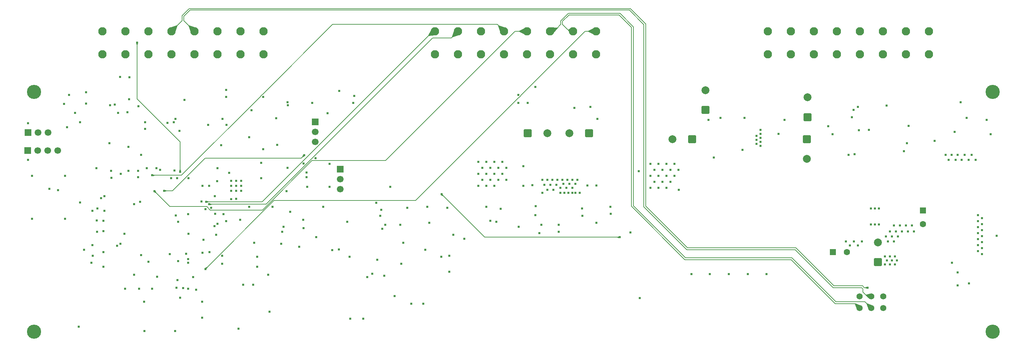
<source format=gbr>
%TF.GenerationSoftware,KiCad,Pcbnew,9.0.7*%
%TF.CreationDate,2026-02-10T04:26:10-08:00*%
%TF.ProjectId,VCU_v2,5643555f-7632-42e6-9b69-6361645f7063,rev?*%
%TF.SameCoordinates,Original*%
%TF.FileFunction,Copper,L5,Inr*%
%TF.FilePolarity,Positive*%
%FSLAX46Y46*%
G04 Gerber Fmt 4.6, Leading zero omitted, Abs format (unit mm)*
G04 Created by KiCad (PCBNEW 9.0.7) date 2026-02-10 04:26:10*
%MOMM*%
%LPD*%
G01*
G04 APERTURE LIST*
G04 Aperture macros list*
%AMRoundRect*
0 Rectangle with rounded corners*
0 $1 Rounding radius*
0 $2 $3 $4 $5 $6 $7 $8 $9 X,Y pos of 4 corners*
0 Add a 4 corners polygon primitive as box body*
4,1,4,$2,$3,$4,$5,$6,$7,$8,$9,$2,$3,0*
0 Add four circle primitives for the rounded corners*
1,1,$1+$1,$2,$3*
1,1,$1+$1,$4,$5*
1,1,$1+$1,$6,$7*
1,1,$1+$1,$8,$9*
0 Add four rect primitives between the rounded corners*
20,1,$1+$1,$2,$3,$4,$5,0*
20,1,$1+$1,$4,$5,$6,$7,0*
20,1,$1+$1,$6,$7,$8,$9,0*
20,1,$1+$1,$8,$9,$2,$3,0*%
G04 Aperture macros list end*
%TA.AperFunction,ComponentPad*%
%ADD10C,3.600000*%
%TD*%
%TA.AperFunction,ComponentPad*%
%ADD11RoundRect,0.250000X0.750000X0.750000X-0.750000X0.750000X-0.750000X-0.750000X0.750000X-0.750000X0*%
%TD*%
%TA.AperFunction,ComponentPad*%
%ADD12C,2.000000*%
%TD*%
%TA.AperFunction,ComponentPad*%
%ADD13C,2.108200*%
%TD*%
%TA.AperFunction,ComponentPad*%
%ADD14RoundRect,0.250000X-0.550000X-0.550000X0.550000X-0.550000X0.550000X0.550000X-0.550000X0.550000X0*%
%TD*%
%TA.AperFunction,ComponentPad*%
%ADD15C,1.600000*%
%TD*%
%TA.AperFunction,ComponentPad*%
%ADD16RoundRect,0.250000X-0.550000X0.550000X-0.550000X-0.550000X0.550000X-0.550000X0.550000X0.550000X0*%
%TD*%
%TA.AperFunction,ComponentPad*%
%ADD17R,1.700000X1.700000*%
%TD*%
%TA.AperFunction,ComponentPad*%
%ADD18C,1.700000*%
%TD*%
%TA.AperFunction,ComponentPad*%
%ADD19C,1.574800*%
%TD*%
%TA.AperFunction,ComponentPad*%
%ADD20RoundRect,0.250000X-0.750000X-0.750000X0.750000X-0.750000X0.750000X0.750000X-0.750000X0.750000X0*%
%TD*%
%TA.AperFunction,ComponentPad*%
%ADD21RoundRect,0.250000X0.750000X-0.750000X0.750000X0.750000X-0.750000X0.750000X-0.750000X-0.750000X0*%
%TD*%
%TA.AperFunction,ComponentPad*%
%ADD22RoundRect,0.250000X-0.750000X0.750000X-0.750000X-0.750000X0.750000X-0.750000X0.750000X0.750000X0*%
%TD*%
%TA.AperFunction,ViaPad*%
%ADD23C,0.609600*%
%TD*%
%TA.AperFunction,Conductor*%
%ADD24C,0.203200*%
%TD*%
%TA.AperFunction,Conductor*%
%ADD25C,0.200000*%
%TD*%
G04 APERTURE END LIST*
D10*
%TO.N,unconnected-(H1-Pad1)*%
%TO.C,H1*%
X274320000Y-53340000D03*
%TD*%
D11*
%TO.N,+12V*%
%TO.C,C65*%
X171858881Y-63813713D03*
D12*
%TO.N,GND*%
X166858881Y-63813713D03*
%TD*%
D13*
%TO.N,/Connector-Root/GEN_BTN1+*%
%TO.C,U19*%
X258129524Y-43767362D03*
%TO.N,/Connector-Root/GEN_BTN2+*%
X252287524Y-43767362D03*
%TO.N,/Connector-Root/Vin+*%
X246445524Y-43767362D03*
%TO.N,/STM32-Root/STM32H723ZGT6/PG3*%
X240603524Y-43767362D03*
%TO.N,/Connector-Root/BRAKE_LIGHT*%
X234761524Y-43767362D03*
%TO.N,/Connector-Root/BSPD_FAULT+*%
X228919524Y-43767362D03*
%TO.N,/Connector-Root/IMD_FAULT+*%
X223077524Y-43767362D03*
%TO.N,/Connector-Root/BMS_FAULT+*%
X217235524Y-43767362D03*
%TO.N,/Connector-Root/GEN_BTN1-*%
X258129524Y-37925362D03*
%TO.N,/Connector-Root/GEN_BTN2-*%
X252287524Y-37925362D03*
%TO.N,GND*%
X246445524Y-37925362D03*
%TO.N,/STM32-Root/STM32H723ZGT6/PA1*%
X240603524Y-37925362D03*
%TO.N,/STM32-Root/STM32H723ZGT6/PA0*%
X234761524Y-37925362D03*
%TO.N,GND*%
X228919524Y-37925362D03*
%TO.N,/Connector-Root/IMD_FAULT-*%
X223077524Y-37925362D03*
%TO.N,/Connector-Root/BMS_FAULT-*%
X217235524Y-37925362D03*
%TD*%
D14*
%TO.N,+5V*%
%TO.C,C11*%
X233801877Y-94036020D03*
D15*
%TO.N,GND*%
X237301877Y-94036020D03*
%TD*%
D16*
%TO.N,+12V*%
%TO.C,C2*%
X256605877Y-83493369D03*
D15*
%TO.N,GND*%
X256605877Y-86993369D03*
%TD*%
D17*
%TO.N,unconnected-(JP3-A-Pad1)*%
%TO.C,JP3*%
X102362000Y-60960000D03*
D18*
%TO.N,Net-(JP3-C)*%
X102362000Y-63500000D03*
%TO.N,/CAN2_N*%
X102362000Y-66040000D03*
%TD*%
D19*
%TO.N,/Connector-Root/Vin+*%
%TO.C,J2*%
X246515476Y-108306700D03*
%TO.N,/CAN2_P*%
X243515477Y-108306700D03*
%TO.N,/CAN2_N*%
X240515478Y-108306700D03*
%TO.N,GND*%
X246515476Y-105306701D03*
%TO.N,/CAN1_P*%
X243515477Y-105306701D03*
%TO.N,/CAN1_N*%
X240515478Y-105306701D03*
%TD*%
D20*
%TO.N,+12V*%
%TO.C,C66*%
X156270881Y-63813713D03*
D12*
%TO.N,GND*%
X161270881Y-63813713D03*
%TD*%
D17*
%TO.N,unconnected-(JP4-A-Pad1)*%
%TO.C,JP4*%
X108705000Y-73031000D03*
D18*
%TO.N,Net-(JP4-C)*%
X108705000Y-75571000D03*
%TO.N,/CAN1_P*%
X108705000Y-78111000D03*
%TD*%
D17*
%TO.N,+3.3V*%
%TO.C,JP1*%
X29437393Y-63644027D03*
D18*
%TO.N,Net-(JP1-C)*%
X31977393Y-63644027D03*
%TO.N,GND*%
X34517393Y-63644027D03*
%TD*%
D17*
%TO.N,+3.3V*%
%TO.C,J1*%
X29395343Y-68252197D03*
D18*
%TO.N,/STM32-Root/STM32H723ZGT6/PA14*%
X31935343Y-68252197D03*
%TO.N,GND*%
X34475343Y-68252197D03*
%TO.N,/STM32-Root/STM32H723ZGT6/PA13*%
X37015343Y-68252197D03*
%TD*%
D21*
%TO.N,+3.3V*%
%TO.C,C53*%
X227315340Y-59742124D03*
D12*
%TO.N,GND*%
X227315340Y-54742124D03*
%TD*%
D13*
%TO.N,/STM32-Root/STM32H723ZGT6/PG2*%
%TO.C,U18*%
X173674524Y-43767362D03*
%TO.N,/BSPD-Logic/Isense-thresh*%
X167832524Y-43767362D03*
%TO.N,/BSPD-Logic/Isense-active*%
X161990524Y-43767362D03*
%TO.N,/BSPD-FAULT*%
X156148524Y-43767362D03*
%TO.N,/Connector-Root/IMD-FAULT*%
X150306524Y-43767362D03*
%TO.N,/Connector-Root/BMS-FAULT*%
X144464524Y-43767362D03*
%TO.N,/Connector-Root/SPEAKER-*%
X138622524Y-43767362D03*
%TO.N,/Connector-Root/SPEAKER+*%
X132780524Y-43767362D03*
%TO.N,/STM32-Root/STM32H723ZGT6/PA2*%
X173674524Y-37925362D03*
%TO.N,/CAN2_N*%
X167832524Y-37925362D03*
%TO.N,/CAN2_P*%
X161990524Y-37925362D03*
%TO.N,/STM32-Root/STM32H723ZGT6/PG8*%
X156148524Y-37925362D03*
%TO.N,/STM32-Root/STM32H723ZGT6/PG7*%
X150306524Y-37925362D03*
%TO.N,/STM32-Root/STM32H723ZGT6/PG6*%
X144464524Y-37925362D03*
%TO.N,/STM32-Root/STM32H723ZGT6/PE10*%
X138622524Y-37925362D03*
%TO.N,/STM32-Root/STM32H723ZGT6/PE11*%
X132780524Y-37925362D03*
%TD*%
D11*
%TO.N,+3.3V*%
%TO.C,C76*%
X198012660Y-65352753D03*
D12*
%TO.N,GND*%
X193012660Y-65352753D03*
%TD*%
D10*
%TO.N,unconnected-(H2-Pad1)_1*%
%TO.C,H2*%
X31002724Y-53340000D03*
%TD*%
%TO.N,unconnected-(H3-Pad1)_1*%
%TO.C,H3*%
X274320000Y-114300000D03*
%TD*%
D22*
%TO.N,Net-(U14-LDOO)*%
%TO.C,C61*%
X227169966Y-65385949D03*
D12*
%TO.N,GND*%
X227169966Y-70385949D03*
%TD*%
D13*
%TO.N,/Connector-Root/APPS1-SIG*%
%TO.C,U17*%
X89244924Y-43767362D03*
%TO.N,/Connector-Root/APPS2-SIG*%
X83402924Y-43767362D03*
%TO.N,/BSE-SIG*%
X77560924Y-43767362D03*
%TO.N,+4.8V*%
X71718924Y-43767362D03*
X65876924Y-43767362D03*
X60034924Y-43767362D03*
%TO.N,/Connector-Root/RTD_BTN-*%
X54192924Y-43767362D03*
%TO.N,/Connector-Root/RTD_BTN+*%
X48350924Y-43767362D03*
%TO.N,GND*%
X89244924Y-37925362D03*
X83402924Y-37925362D03*
X77560924Y-37925362D03*
%TO.N,/CAN1_P*%
X71718924Y-37925362D03*
%TO.N,/CAN1_N*%
X65876924Y-37925362D03*
%TO.N,/STM32-Root/STM32H723ZGT6/PB15*%
X60034924Y-37925362D03*
%TO.N,/Connector-Root/PRECHARGE_BTN+*%
X54192924Y-37925362D03*
%TO.N,/Connector-Root/PRECHARGE_BTN-*%
X48350924Y-37925362D03*
%TD*%
D10*
%TO.N,unconnected-(H4-Pad1)_2*%
%TO.C,H4*%
X31002724Y-114300000D03*
%TD*%
D21*
%TO.N,+5V*%
%TO.C,C13*%
X245175877Y-96576020D03*
D12*
%TO.N,GND*%
X245175877Y-91576020D03*
%TD*%
D21*
%TO.N,+3.3V*%
%TO.C,C80*%
X201451446Y-57914787D03*
D12*
%TO.N,GND*%
X201451446Y-52914787D03*
%TD*%
D23*
%TO.N,/STM32-Root/STM32H723ZGT6/VBAT*%
X58166000Y-94869000D03*
X82931000Y-113538000D03*
%TO.N,GND*%
X30480000Y-74676000D03*
X45879629Y-94996000D03*
X160020000Y-75692000D03*
X273812000Y-64135000D03*
X89154000Y-54610000D03*
X79883000Y-61722000D03*
X108381800Y-93395800D03*
X164592000Y-77724000D03*
X68072000Y-105664000D03*
X67564000Y-96393000D03*
X87630000Y-97790000D03*
X50546000Y-73406000D03*
X46990000Y-88900000D03*
X214376000Y-65532000D03*
X166370000Y-75692000D03*
X86614000Y-102362000D03*
X125730000Y-82804000D03*
X136398000Y-99060000D03*
X70104000Y-84455000D03*
X154051000Y-87630000D03*
X164211000Y-88900000D03*
X160528000Y-76962000D03*
X100330000Y-77470000D03*
X215392000Y-66040000D03*
X38862000Y-74676000D03*
X168402000Y-78994000D03*
X169545000Y-78994000D03*
X240157730Y-92409908D03*
X45593000Y-96774000D03*
X241173730Y-91393908D03*
X250825730Y-87329908D03*
X42316114Y-113050313D03*
X102641400Y-90271600D03*
X265455400Y-102565200D03*
X64897000Y-61214000D03*
X173736000Y-86614000D03*
X171450000Y-77114400D03*
X244475730Y-83011908D03*
X95377000Y-72644000D03*
X153924000Y-54102000D03*
X207391000Y-99695000D03*
X253873730Y-87329908D03*
X215392000Y-67056000D03*
X163830000Y-75692000D03*
X239141730Y-91393908D03*
X216916000Y-99695000D03*
X249301730Y-91393908D03*
X252349730Y-87329908D03*
X242951000Y-62992000D03*
X167640000Y-78994000D03*
X77470000Y-76011362D03*
X214376000Y-64516000D03*
X243459730Y-83011908D03*
X166878000Y-76708000D03*
X43688000Y-93472000D03*
X168148000Y-57404000D03*
X87630000Y-95250000D03*
X238125730Y-92409908D03*
X65786000Y-75311000D03*
X168402000Y-76708000D03*
X108458000Y-53086000D03*
X110490000Y-86334600D03*
X79756000Y-54610000D03*
X73660000Y-106680000D03*
X247269730Y-90123908D03*
X57531000Y-57023000D03*
X265430000Y-99212400D03*
X59055000Y-114173000D03*
X161290000Y-75692000D03*
X85598000Y-64897000D03*
X124206000Y-97028000D03*
X162814000Y-78232000D03*
X259588000Y-65786000D03*
X157480000Y-77089000D03*
X111252000Y-110998000D03*
X160020000Y-78994000D03*
X50292000Y-56769000D03*
X212217000Y-99695000D03*
X268300200Y-102006400D03*
X215392000Y-64008000D03*
X60960000Y-103378000D03*
X59182000Y-61087000D03*
X123952000Y-87122000D03*
X168910000Y-75692000D03*
X96012000Y-83820000D03*
X275336000Y-89916000D03*
X72136000Y-103632000D03*
X167640000Y-77724000D03*
X264007600Y-96774000D03*
X165100000Y-75692000D03*
X66802000Y-114173000D03*
X254381730Y-88853908D03*
X249301730Y-87329908D03*
X166116000Y-77724000D03*
X165608000Y-78994000D03*
X161290000Y-78232000D03*
X84074000Y-102362000D03*
X245491730Y-87075908D03*
X155194000Y-77216000D03*
X53975000Y-89408000D03*
X173990000Y-60198000D03*
X117858415Y-81533000D03*
X162560000Y-75692000D03*
X162052000Y-76962000D03*
X215392000Y-65024000D03*
X164592000Y-78994000D03*
X39370000Y-62357000D03*
X248285730Y-88853908D03*
X38608000Y-56388000D03*
X126746000Y-107188000D03*
X266192000Y-56007000D03*
X252857730Y-88853908D03*
X78867000Y-60198000D03*
X202565000Y-99695000D03*
X67183000Y-103124000D03*
X129794000Y-107188000D03*
X69215000Y-55372000D03*
X70104000Y-95885000D03*
X243459730Y-87075908D03*
X240411000Y-63119000D03*
X66625632Y-73356632D03*
X163576000Y-76962000D03*
X50165000Y-66421000D03*
X68834000Y-103251000D03*
X70104000Y-103378000D03*
X75565000Y-94107000D03*
X245491730Y-83011908D03*
X39878000Y-54102000D03*
X146812000Y-86106000D03*
X102489000Y-70231000D03*
X172212000Y-57150000D03*
X214376000Y-66548000D03*
X170116500Y-82994500D03*
X38862000Y-85598000D03*
X148336000Y-86360000D03*
X93980000Y-88900000D03*
X54102000Y-103378000D03*
X116840000Y-99568000D03*
X250317730Y-90123908D03*
X118872000Y-84836000D03*
X75946000Y-82804000D03*
X153924000Y-56134000D03*
X46863000Y-72771000D03*
X79756000Y-52832000D03*
X158242000Y-52070000D03*
X73660000Y-110744000D03*
X77216000Y-89662000D03*
X30480000Y-85598000D03*
X251333730Y-88853908D03*
X131318000Y-86614000D03*
X173710600Y-77139800D03*
X59182000Y-62738000D03*
X165354000Y-76708000D03*
X75438000Y-77216000D03*
X177292000Y-82550000D03*
X130302000Y-93472000D03*
X94361000Y-87630000D03*
X167640000Y-75692000D03*
X76962000Y-84328000D03*
X60071000Y-96520000D03*
X59630329Y-72703671D03*
X52978739Y-74168000D03*
X249809730Y-88853908D03*
X112268000Y-54356000D03*
X184785000Y-105791000D03*
X86233000Y-58039000D03*
X247777730Y-91393908D03*
X244475730Y-87075908D03*
X70231000Y-89408000D03*
X99314000Y-85852000D03*
X34925000Y-77978000D03*
X57658000Y-103378000D03*
X58928000Y-106680000D03*
X106045000Y-71628000D03*
X248793730Y-90123908D03*
X166624000Y-78994000D03*
X66929000Y-60198000D03*
X237109730Y-91393908D03*
X164211000Y-87122000D03*
X86868000Y-91694000D03*
X197866000Y-99695000D03*
X101600000Y-56134000D03*
X78486000Y-66929000D03*
X90424000Y-99822000D03*
X54940200Y-73406000D03*
X135890000Y-82804000D03*
X170180000Y-84836000D03*
X66469327Y-61087000D03*
X57383566Y-73406000D03*
X77537724Y-72711724D03*
X48895000Y-83566000D03*
X46904239Y-86020239D03*
X56388000Y-99822000D03*
X177393600Y-84353400D03*
X114554000Y-110998000D03*
X76885800Y-79857600D03*
X215392000Y-62992000D03*
X203581000Y-70002400D03*
%TO.N,+5V*%
X249555730Y-97235908D03*
X248285730Y-97235908D03*
X75184000Y-61722000D03*
X81026000Y-80611362D03*
X248793730Y-96219908D03*
X249555730Y-95203908D03*
X250063730Y-96219908D03*
X248285730Y-95203908D03*
X67945000Y-63246000D03*
X105537000Y-58801000D03*
X42672000Y-61087000D03*
X41402000Y-58674000D03*
X89154000Y-67945000D03*
X247523730Y-96219908D03*
X247015730Y-97235908D03*
X247015730Y-95203908D03*
X82296000Y-80518000D03*
%TO.N,+3.3V*%
X221488000Y-60452000D03*
X148844000Y-75692000D03*
X189484000Y-77724000D03*
X50673000Y-75184000D03*
X57383566Y-75057000D03*
X202184000Y-60452000D03*
X44196000Y-56337200D03*
X112014000Y-56134000D03*
X191516000Y-74676000D03*
X73761600Y-77190600D03*
X189484000Y-71628000D03*
X188468000Y-76200000D03*
X83566000Y-75946000D03*
X149860000Y-74168000D03*
X194564000Y-73152000D03*
X48641000Y-94107000D03*
X82296000Y-77216000D03*
X82296000Y-78486000D03*
X264668000Y-63500000D03*
X149860000Y-71120000D03*
X42672000Y-81491932D03*
X67284600Y-75311000D03*
X81026000Y-78486000D03*
X80518000Y-73914000D03*
X74549000Y-83185000D03*
X193548000Y-74676000D03*
X219964000Y-64008000D03*
X143764000Y-71120000D03*
X48641000Y-86106000D03*
X48641000Y-97790000D03*
X187452000Y-74676000D03*
X67437000Y-101219000D03*
X210820000Y-68072000D03*
X74041000Y-90932000D03*
X100203000Y-75057000D03*
X187452000Y-71628000D03*
X146812000Y-72644000D03*
X187452000Y-77724000D03*
X144780000Y-75692000D03*
X272796000Y-60452000D03*
X205232000Y-59944000D03*
X78740000Y-94996000D03*
X252984000Y-61976000D03*
X95123000Y-78613000D03*
X71374000Y-100457000D03*
X143764000Y-77216000D03*
X82296000Y-75946000D03*
X29464000Y-61341000D03*
X81026000Y-75946000D03*
X55118000Y-55245000D03*
X48641000Y-88773000D03*
X191516000Y-77724000D03*
X73787000Y-94234000D03*
X62230000Y-100330000D03*
X144780000Y-72644000D03*
X78740000Y-97028000D03*
X81026000Y-77216000D03*
X193548000Y-71628000D03*
X147828000Y-77216000D03*
X145796000Y-77216000D03*
X44196000Y-53467000D03*
X192532000Y-73152000D03*
X190500000Y-76200000D03*
X146812000Y-75692000D03*
X267716000Y-59944000D03*
X147828000Y-71120000D03*
X189484000Y-74676000D03*
X83566000Y-78486000D03*
X191516000Y-71628000D03*
X148844000Y-72644000D03*
X145796000Y-74168000D03*
X188468000Y-73152000D03*
X145796000Y-71120000D03*
X211328000Y-59944000D03*
X143764000Y-74168000D03*
X192532000Y-76200000D03*
X83566000Y-77216000D03*
X150876000Y-75692000D03*
X83312000Y-85852000D03*
X150876000Y-72644000D03*
X51460400Y-56591200D03*
X147828000Y-74168000D03*
X29464000Y-70612000D03*
X190500000Y-73152000D03*
%TO.N,/STM32-Root/STM32H723ZGT6/PF14*%
X58166000Y-69342000D03*
X67564000Y-86360000D03*
%TO.N,/STM32-Root/STM32H723ZGT6/PF15*%
X66992500Y-84772500D03*
X54991000Y-67310000D03*
%TO.N,/STM32-Root/STM32H723ZGT6/PG0*%
X76835000Y-87503000D03*
X251841000Y-68453000D03*
%TO.N,/STM32-Root/STM32H723ZGT6/PG1*%
X77597000Y-86868000D03*
X252603000Y-66421000D03*
%TO.N,/STM32-Root/STM32H723ZGT6/PA14*%
X37087597Y-78359000D03*
%TO.N,/STM32-Root/STM32H723ZGT6/PA0*%
X69596000Y-94488000D03*
%TO.N,/STM32-Root/STM32H723ZGT6/PG2*%
X62992000Y-73152000D03*
%TO.N,/STM32-Root/STM32H723ZGT6/PD1*%
X88646000Y-71374000D03*
X56388000Y-81915000D03*
%TO.N,/STM32-Root/STM32H723ZGT6/PG3*%
X99568000Y-69469000D03*
X64008000Y-78486000D03*
%TO.N,/STM32-Root/STM32H723ZGT6/PA1*%
X70104000Y-96774000D03*
%TO.N,/STM32-Root/STM32H723ZGT6/PD0*%
X88646000Y-75311000D03*
X57912000Y-81280000D03*
%TO.N,/STM32-Root/STM32H723ZGT6/PC11*%
X47117000Y-82991931D03*
X48006000Y-80374332D03*
%TO.N,/STM32-Root/STM32H723ZGT6/PC1*%
X182346600Y-89077800D03*
X65419939Y-94589600D03*
%TO.N,/STM32-Root/STM32H723ZGT6/PC10*%
X48895000Y-79874332D03*
X45847000Y-83550731D03*
%TO.N,/STM32-Root/STM32H723ZGT6/PB12*%
X70167500Y-75275764D03*
X134416800Y-79349600D03*
X179679600Y-90297000D03*
%TO.N,/STM32-Root/STM32H723ZGT6/PG8*%
X61595000Y-78613000D03*
%TO.N,/STM32-Root/STM32H723ZGT6/PB15*%
X57150000Y-40810286D03*
X68072000Y-73660000D03*
%TO.N,/STM32-Root/STM32H723ZGT6/PE10*%
X75438000Y-81915000D03*
%TO.N,/STM32-Root/STM32H723ZGT6/PE9*%
X79756000Y-86233000D03*
X79121000Y-84455000D03*
%TO.N,/STM32-Root/STM32H723ZGT6/PG7*%
X60960000Y-74549000D03*
%TO.N,/STM32-Root/STM32H723ZGT6/PB6*%
X52070000Y-92491932D03*
X95377000Y-56007000D03*
%TO.N,/STM32-Root/STM32H723ZGT6/PA2*%
X74485500Y-98361500D03*
%TO.N,/STM32-Root/STM32H723ZGT6/PB5*%
X52959000Y-91933132D03*
X95427800Y-56769000D03*
%TO.N,/STM32-Root/STM32H723ZGT6/PE11*%
X74676000Y-81280000D03*
%TO.N,/STM32-Root/STM32H723ZGT6/PB10*%
X73507600Y-81229200D03*
X194691000Y-78232000D03*
%TO.N,/STM32-Root/STM32H723ZGT6/PG6*%
X62051786Y-72719786D03*
%TO.N,Net-(JP1-C)*%
X45847000Y-92329000D03*
%TO.N,/BSPD-FAULT*%
X121412000Y-77470000D03*
X106001383Y-77513617D03*
%TO.N,/Connector-Root/BSPD_FAULT+*%
X91567000Y-82550000D03*
%TO.N,/Connector-Root/BMS-FAULT*%
X93726000Y-91948000D03*
X233680000Y-64135000D03*
X232600500Y-62039500D03*
%TO.N,/Connector-Root/BRAKE_LIGHT*%
X90805000Y-109220000D03*
%TO.N,/Connector-Root/IMD-FAULT*%
X98298000Y-92710000D03*
%TO.N,/Connector-Root/PRECHARGE_BTN+*%
X55245000Y-49657000D03*
%TO.N,/Connector-Root/PRECHARGE_BTN-*%
X52832000Y-49530000D03*
%TO.N,/Connector-Root/RTD_BTN+*%
X52324000Y-58674000D03*
%TO.N,/Connector-Root/RTD_BTN-*%
X54737000Y-58547000D03*
%TO.N,+12V*%
X85598000Y-82550000D03*
X271602200Y-94538800D03*
X158242000Y-84709000D03*
X271602200Y-89966800D03*
X119126000Y-83312000D03*
X111125000Y-95250000D03*
X136398000Y-94996000D03*
X270586200Y-86156800D03*
X271602200Y-86918800D03*
X106680000Y-93599000D03*
X159258000Y-89281000D03*
X240157000Y-57150000D03*
X184531000Y-73533000D03*
X99441000Y-88011000D03*
X270586200Y-87680800D03*
X159766000Y-87122000D03*
X140233400Y-90652600D03*
X158305500Y-82359500D03*
X137414000Y-89662000D03*
X118110000Y-96012000D03*
X115570000Y-100457000D03*
X119888000Y-100076000D03*
X247396000Y-56803765D03*
X270586200Y-93776800D03*
X239268000Y-69215000D03*
X270586200Y-92252800D03*
X130810000Y-82550000D03*
X270586200Y-89204800D03*
X237744000Y-69342000D03*
X270586200Y-90728800D03*
X145796000Y-82550000D03*
X271602200Y-91490800D03*
X271602200Y-93014800D03*
X156260800Y-56159400D03*
X149479000Y-83058000D03*
X271602200Y-88442800D03*
X104394000Y-82550000D03*
X124714000Y-91694000D03*
X155168600Y-72237600D03*
X270586200Y-84632800D03*
X271602200Y-85394800D03*
%TO.N,/Connector-Root/Vin+*%
X262382000Y-69342000D03*
X268986000Y-69342000D03*
X270002000Y-70612000D03*
X267208000Y-69342000D03*
X263906000Y-69342000D03*
X265430000Y-69342000D03*
X263144000Y-70612000D03*
X266446000Y-70612000D03*
X264922000Y-70612000D03*
X268224000Y-70612000D03*
%TO.N,Net-(R102-Pad1)*%
X122555000Y-105283000D03*
X134366000Y-95250000D03*
%TO.N,/BSPD-Logic/Isense-thresh*%
X119380000Y-88138000D03*
%TO.N,/BSPD-Logic/Isense-active*%
X120142000Y-87122000D03*
%TO.N,/CAN1_P*%
X99377500Y-71564500D03*
X92456000Y-60071000D03*
%TO.N,/CAN1_N*%
X242570000Y-103124000D03*
X92710000Y-66802000D03*
X100203000Y-73848324D03*
%TO.N,/Connector-Root/BMS_FAULT-*%
X238633000Y-59817000D03*
%TO.N,/Connector-Root/IMD_FAULT-*%
X239050258Y-57912000D03*
%TD*%
D24*
%TO.N,/STM32-Root/STM32H723ZGT6/PG3*%
X98806000Y-70231000D02*
X99568000Y-69469000D01*
X64008000Y-78486000D02*
X66167000Y-78486000D01*
X74422000Y-70231000D02*
X98806000Y-70231000D01*
X66167000Y-78486000D02*
X74422000Y-70231000D01*
%TO.N,/STM32-Root/STM32H723ZGT6/PB12*%
X179679600Y-90297000D02*
X145364200Y-90297000D01*
X134416800Y-79349600D02*
X134391400Y-79324200D01*
X145364200Y-90297000D02*
X134416800Y-79349600D01*
%TO.N,/STM32-Root/STM32H723ZGT6/PG8*%
X74825123Y-82474800D02*
X75714123Y-83363800D01*
X101544508Y-70790800D02*
X120217200Y-70790800D01*
X65456800Y-82474800D02*
X74825123Y-82474800D01*
X75714123Y-83363800D02*
X88971508Y-83363800D01*
X153082638Y-37925362D02*
X156148524Y-37925362D01*
X120217200Y-70790800D02*
X153082638Y-37925362D01*
X61595000Y-78613000D02*
X65456800Y-82474800D01*
X88971508Y-83363800D02*
X101544508Y-70790800D01*
%TO.N,/STM32-Root/STM32H723ZGT6/PB15*%
X57150000Y-55118000D02*
X57150000Y-40810286D01*
X68072000Y-73660000D02*
X68072000Y-66040000D01*
X68072000Y-66040000D02*
X57150000Y-55118000D01*
%TO.N,/STM32-Root/STM32H723ZGT6/PE10*%
X136923886Y-39624000D02*
X138622524Y-37925362D01*
X75438000Y-81915000D02*
X89916000Y-81915000D01*
X89916000Y-81915000D02*
X132207000Y-39624000D01*
X132207000Y-39624000D02*
X136923886Y-39624000D01*
%TO.N,/STM32-Root/STM32H723ZGT6/PG7*%
X88594200Y-54378123D02*
X88594200Y-54407800D01*
X68453000Y-74549000D02*
X60960000Y-74549000D01*
X148576162Y-36195000D02*
X106807000Y-36195000D01*
X88594200Y-54407800D02*
X68453000Y-74549000D01*
X88951800Y-54050200D02*
X88922123Y-54050200D01*
X106807000Y-36195000D02*
X88951800Y-54050200D01*
X88922123Y-54050200D02*
X88594200Y-54378123D01*
X150306524Y-37925362D02*
X148576162Y-36195000D01*
%TO.N,/STM32-Root/STM32H723ZGT6/PA2*%
X154155877Y-54661800D02*
X154483800Y-54333877D01*
X154126200Y-54661800D02*
X154155877Y-54661800D01*
X74485500Y-98361500D02*
X91872800Y-80974200D01*
X170862638Y-37925362D02*
X173674524Y-37925362D01*
X127813800Y-80974200D02*
X154126200Y-54661800D01*
X154483800Y-54333877D02*
X154483800Y-54304200D01*
X91872800Y-80974200D02*
X127813800Y-80974200D01*
X154483800Y-54304200D02*
X170862638Y-37925362D01*
%TO.N,/STM32-Root/STM32H723ZGT6/PE11*%
X132224961Y-37925362D02*
X132780524Y-37925362D01*
X88870323Y-81280000D02*
X132224961Y-37925362D01*
X74676000Y-81280000D02*
X88870323Y-81280000D01*
%TO.N,/CAN1_P*%
X233840802Y-103095000D02*
X241079802Y-103095000D01*
X196694000Y-93443000D02*
X224188802Y-93443000D01*
X71718924Y-37925362D02*
X68999124Y-35205562D01*
X241394901Y-104234901D02*
X242466701Y-105306701D01*
X224188802Y-93443000D02*
X233840802Y-103095000D01*
X70583600Y-32540400D02*
X182079938Y-32540400D01*
X241394901Y-103410099D02*
X241394901Y-104234901D01*
X242466701Y-105306701D02*
X243515477Y-105306701D01*
X68999124Y-34124876D02*
X70583600Y-32540400D01*
X182079938Y-32540400D02*
X185801000Y-36261462D01*
X185801000Y-82550000D02*
X196694000Y-93443000D01*
X68999124Y-35205562D02*
X68999124Y-34124876D01*
X241079802Y-103095000D02*
X241394901Y-103410099D01*
X185801000Y-36261462D02*
X185801000Y-82550000D01*
%TO.N,/CAN2_N*%
X167097643Y-37811585D02*
X166969519Y-37766754D01*
D25*
X167360417Y-37879364D02*
X167279146Y-37798093D01*
D24*
X166721812Y-37655916D02*
X166603008Y-37590257D01*
X167764654Y-37924907D02*
X167629127Y-37917297D01*
X182626000Y-36895186D02*
X182626000Y-82423000D01*
X196186000Y-95983000D02*
X223172802Y-95983000D01*
X182626000Y-82423000D02*
X196186000Y-95983000D01*
X167494239Y-37902100D02*
X167360416Y-37879365D01*
D25*
X167494239Y-37902100D02*
X167415960Y-37823821D01*
D24*
X166488072Y-37518040D02*
X166377366Y-37439493D01*
X166377366Y-37439493D02*
X166271238Y-37354862D01*
D25*
X167055996Y-37853231D02*
X166969519Y-37766754D01*
D24*
X179488414Y-33757600D02*
X182626000Y-36895186D01*
X166844111Y-37714810D02*
X166721812Y-37655916D01*
X167832524Y-37925362D02*
X167764654Y-37924907D01*
X167360416Y-37879365D02*
X167228079Y-37849161D01*
D25*
X167415960Y-37823821D02*
X167360417Y-37879364D01*
D24*
X167629127Y-37917297D02*
X167494239Y-37902100D01*
X165100000Y-35429308D02*
X166771708Y-33757600D01*
X166603008Y-37590257D02*
X166488072Y-37518040D01*
X166170023Y-37264413D02*
X166121727Y-37216726D01*
X166771708Y-33757600D02*
X179488414Y-33757600D01*
D25*
X167097643Y-37811584D02*
X167055996Y-37853231D01*
D24*
X165100000Y-36194999D02*
X165100000Y-35429308D01*
X239367778Y-107159000D02*
X240515478Y-108306700D01*
X223172802Y-95983000D02*
X234348802Y-107159000D01*
X166121727Y-37216726D02*
X165100000Y-36194999D01*
X167228079Y-37849161D02*
X167097643Y-37811585D01*
X166271238Y-37354862D02*
X166170023Y-37264413D01*
X234348802Y-107159000D02*
X239367778Y-107159000D01*
X166969519Y-37766754D02*
X166844111Y-37714810D01*
D25*
X167279146Y-37798093D02*
X167228079Y-37849160D01*
D24*
%TO.N,/CAN1_N*%
X234027198Y-102645000D02*
X224375198Y-92993000D01*
X186251000Y-82363606D02*
X186251000Y-36070538D01*
X68596724Y-33958196D02*
X68596724Y-35205562D01*
X224375198Y-92993000D02*
X196880394Y-92993000D01*
X182364262Y-32183800D02*
X70371120Y-32183800D01*
X186251000Y-36070538D02*
X182364262Y-32183800D01*
X241266198Y-102645000D02*
X234027198Y-102645000D01*
X242570000Y-103124000D02*
X241745198Y-103124000D01*
X241745198Y-103124000D02*
X241266198Y-102645000D01*
X68596724Y-35205562D02*
X65876924Y-37925362D01*
X196880394Y-92993000D02*
X186251000Y-82363606D01*
X70371120Y-32183800D02*
X68596724Y-33958196D01*
D25*
%TO.N,/CAN2_P*%
X162460720Y-37879541D02*
X162541663Y-37798599D01*
D24*
X179737593Y-33401000D02*
X183134000Y-36797407D01*
X166624000Y-33401000D02*
X179737593Y-33401000D01*
X183134000Y-82296000D02*
X196371000Y-95533000D01*
X162974932Y-37767379D02*
X162974932Y-37715642D01*
D25*
X162541663Y-37798599D02*
X162592521Y-37849457D01*
D24*
X183134000Y-36797407D02*
X183134000Y-82296000D01*
X223359198Y-95533000D02*
X234535198Y-106709000D01*
X241917777Y-106709000D02*
X243515477Y-108306700D01*
X196371000Y-95533000D02*
X223359198Y-95533000D01*
X163694411Y-37219589D02*
X164719000Y-36195000D01*
X162850032Y-37767379D02*
X162974932Y-37767379D01*
X234535198Y-106709000D02*
X241917777Y-106709000D01*
X164719000Y-35306000D02*
X166624000Y-33401000D01*
X164719000Y-36195000D02*
X164719000Y-35306000D01*
X161990524Y-37925362D02*
G75*
G03*
X163694399Y-37219577I-24J2409662D01*
G01*
%TD*%
%TA.AperFunction,Conductor*%
%TO.N,/STM32-Root/STM32H723ZGT6/PG3*%
G36*
X99301495Y-69447212D02*
G01*
X99558748Y-69467507D01*
X99566726Y-69471574D01*
X99569492Y-69478251D01*
X99591740Y-69760261D01*
X99588974Y-69768778D01*
X99585528Y-69771533D01*
X99220559Y-69963735D01*
X99211642Y-69964558D01*
X99206834Y-69961656D01*
X99075343Y-69830165D01*
X99071916Y-69821892D01*
X99073263Y-69816442D01*
X99265466Y-69451470D01*
X99272353Y-69445748D01*
X99276738Y-69445259D01*
X99301495Y-69447212D01*
G37*
%TD.AperFunction*%
%TD*%
%TA.AperFunction,Conductor*%
%TO.N,/STM32-Root/STM32H723ZGT6/PG3*%
G36*
X64209529Y-78259682D02*
G01*
X64603508Y-78381846D01*
X64610395Y-78387569D01*
X64611743Y-78393021D01*
X64611743Y-78578978D01*
X64608316Y-78587251D01*
X64603508Y-78590153D01*
X64209529Y-78712317D01*
X64200612Y-78711494D01*
X64197166Y-78708739D01*
X64013486Y-78493597D01*
X64010720Y-78485080D01*
X64013486Y-78478403D01*
X64086382Y-78393021D01*
X64197167Y-78263259D01*
X64205144Y-78259193D01*
X64209529Y-78259682D01*
G37*
%TD.AperFunction*%
%TD*%
%TA.AperFunction,Conductor*%
%TO.N,/STM32-Root/STM32H723ZGT6/PB12*%
G36*
X179486987Y-90071505D02*
G01*
X179490433Y-90074260D01*
X179674113Y-90289403D01*
X179676879Y-90297920D01*
X179674113Y-90304597D01*
X179490433Y-90519739D01*
X179482455Y-90523806D01*
X179478070Y-90523317D01*
X179084092Y-90401153D01*
X179077205Y-90395430D01*
X179075857Y-90389978D01*
X179075857Y-90204021D01*
X179079284Y-90195748D01*
X179084090Y-90192847D01*
X179478070Y-90070682D01*
X179486987Y-90071505D01*
G37*
%TD.AperFunction*%
%TD*%
%TA.AperFunction,Conductor*%
%TO.N,/STM32-Root/STM32H723ZGT6/PB12*%
G36*
X134716578Y-79328625D02*
G01*
X134719333Y-79332071D01*
X134911535Y-79697040D01*
X134912358Y-79705957D01*
X134909456Y-79710765D01*
X134777965Y-79842256D01*
X134769692Y-79845683D01*
X134764240Y-79844335D01*
X134399271Y-79652133D01*
X134393548Y-79645246D01*
X134393059Y-79640866D01*
X134415307Y-79358850D01*
X134419374Y-79350873D01*
X134426049Y-79348107D01*
X134708061Y-79325859D01*
X134716578Y-79328625D01*
G37*
%TD.AperFunction*%
%TD*%
%TA.AperFunction,Conductor*%
%TO.N,/STM32-Root/STM32H723ZGT6/PG8*%
G36*
X155482989Y-37141805D02*
G01*
X156143075Y-37917781D01*
X156145825Y-37926303D01*
X156143075Y-37932943D01*
X155482989Y-38708918D01*
X155475018Y-38712999D01*
X155468797Y-38711778D01*
X154121098Y-38030208D01*
X154115262Y-38023416D01*
X154114678Y-38019767D01*
X154114678Y-37830956D01*
X154118105Y-37822683D01*
X154121098Y-37820515D01*
X155468798Y-37138944D01*
X155477726Y-37138270D01*
X155482989Y-37141805D01*
G37*
%TD.AperFunction*%
%TD*%
%TA.AperFunction,Conductor*%
%TO.N,/STM32-Root/STM32H723ZGT6/PG8*%
G36*
X61894778Y-78592025D02*
G01*
X61897533Y-78595471D01*
X62089735Y-78960440D01*
X62090558Y-78969357D01*
X62087656Y-78974165D01*
X61956165Y-79105656D01*
X61947892Y-79109083D01*
X61942440Y-79107735D01*
X61577471Y-78915533D01*
X61571748Y-78908646D01*
X61571259Y-78904266D01*
X61593507Y-78622250D01*
X61597574Y-78614273D01*
X61604249Y-78611507D01*
X61886261Y-78589259D01*
X61894778Y-78592025D01*
G37*
%TD.AperFunction*%
%TD*%
%TA.AperFunction,Conductor*%
%TO.N,/STM32-Root/STM32H723ZGT6/PB15*%
G36*
X57157597Y-40815772D02*
G01*
X57372739Y-40999452D01*
X57376806Y-41007430D01*
X57376317Y-41011815D01*
X57254154Y-41405794D01*
X57248431Y-41412681D01*
X57242979Y-41414029D01*
X57057021Y-41414029D01*
X57048748Y-41410602D01*
X57045846Y-41405794D01*
X56923682Y-41011815D01*
X56924505Y-41002898D01*
X56927257Y-40999455D01*
X57142403Y-40815771D01*
X57150920Y-40813006D01*
X57157597Y-40815772D01*
G37*
%TD.AperFunction*%
%TD*%
%TA.AperFunction,Conductor*%
%TO.N,/STM32-Root/STM32H723ZGT6/PB15*%
G36*
X68173252Y-73059684D02*
G01*
X68176154Y-73064492D01*
X68298317Y-73458470D01*
X68297494Y-73467387D01*
X68294739Y-73470833D01*
X68079597Y-73654513D01*
X68071080Y-73657279D01*
X68064403Y-73654513D01*
X67849260Y-73470833D01*
X67845193Y-73462855D01*
X67845682Y-73458470D01*
X67967846Y-73064492D01*
X67973569Y-73057605D01*
X67979021Y-73056257D01*
X68164979Y-73056257D01*
X68173252Y-73059684D01*
G37*
%TD.AperFunction*%
%TD*%
%TA.AperFunction,Conductor*%
%TO.N,/STM32-Root/STM32H723ZGT6/PE10*%
G36*
X138613310Y-37923854D02*
G01*
X138621281Y-37927935D01*
X138624031Y-37934575D01*
X138705978Y-38950024D01*
X138703228Y-38958546D01*
X138697965Y-38962081D01*
X137263055Y-39433106D01*
X137254126Y-39432431D01*
X137251133Y-39430263D01*
X137117622Y-39296752D01*
X137114195Y-39288479D01*
X137114778Y-39284835D01*
X137585804Y-37849919D01*
X137591640Y-37843128D01*
X137597860Y-37841907D01*
X138613310Y-37923854D01*
G37*
%TD.AperFunction*%
%TD*%
%TA.AperFunction,Conductor*%
%TO.N,/STM32-Root/STM32H723ZGT6/PE10*%
G36*
X75639529Y-81688682D02*
G01*
X76033508Y-81810846D01*
X76040395Y-81816569D01*
X76041743Y-81822021D01*
X76041743Y-82007978D01*
X76038316Y-82016251D01*
X76033508Y-82019153D01*
X75639529Y-82141317D01*
X75630612Y-82140494D01*
X75627166Y-82137739D01*
X75443486Y-81922597D01*
X75440720Y-81914080D01*
X75443486Y-81907403D01*
X75516382Y-81822021D01*
X75627167Y-81692259D01*
X75635144Y-81688193D01*
X75639529Y-81688682D01*
G37*
%TD.AperFunction*%
%TD*%
%TA.AperFunction,Conductor*%
%TO.N,/STM32-Root/STM32H723ZGT6/PG7*%
G36*
X61161529Y-74322682D02*
G01*
X61555508Y-74444846D01*
X61562395Y-74450569D01*
X61563743Y-74456021D01*
X61563743Y-74641978D01*
X61560316Y-74650251D01*
X61555508Y-74653153D01*
X61161529Y-74775317D01*
X61152612Y-74774494D01*
X61149166Y-74771739D01*
X60965486Y-74556597D01*
X60962720Y-74548080D01*
X60965486Y-74541403D01*
X61038382Y-74456021D01*
X61149167Y-74326259D01*
X61157144Y-74322193D01*
X61161529Y-74322682D01*
G37*
%TD.AperFunction*%
%TD*%
%TA.AperFunction,Conductor*%
%TO.N,/STM32-Root/STM32H723ZGT6/PG7*%
G36*
X148947051Y-36417616D02*
G01*
X150381965Y-36888642D01*
X150388757Y-36894478D01*
X150389978Y-36900699D01*
X150308031Y-37916148D01*
X150303950Y-37924119D01*
X150297310Y-37926869D01*
X149281861Y-38008816D01*
X149273339Y-38006066D01*
X149269804Y-38000803D01*
X148906641Y-36894478D01*
X148798779Y-36565891D01*
X148799454Y-36556964D01*
X148801619Y-36553974D01*
X148935134Y-36420459D01*
X148943406Y-36417033D01*
X148947051Y-36417616D01*
G37*
%TD.AperFunction*%
%TD*%
%TA.AperFunction,Conductor*%
%TO.N,/STM32-Root/STM32H723ZGT6/PA2*%
G36*
X74846665Y-97868843D02*
G01*
X74978156Y-98000334D01*
X74981583Y-98008607D01*
X74980235Y-98014059D01*
X74788033Y-98379028D01*
X74781146Y-98384751D01*
X74776761Y-98385240D01*
X74494751Y-98362992D01*
X74486773Y-98358925D01*
X74484007Y-98352248D01*
X74461759Y-98070235D01*
X74464525Y-98061721D01*
X74467967Y-98058968D01*
X74832941Y-97866763D01*
X74841857Y-97865941D01*
X74846665Y-97868843D01*
G37*
%TD.AperFunction*%
%TD*%
%TA.AperFunction,Conductor*%
%TO.N,/STM32-Root/STM32H723ZGT6/PA2*%
G36*
X173008989Y-37141805D02*
G01*
X173669075Y-37917781D01*
X173671825Y-37926303D01*
X173669075Y-37932943D01*
X173008989Y-38708918D01*
X173001018Y-38712999D01*
X172994797Y-38711778D01*
X171647098Y-38030208D01*
X171641262Y-38023416D01*
X171640678Y-38019767D01*
X171640678Y-37830956D01*
X171644105Y-37822683D01*
X171647098Y-37820515D01*
X172994798Y-37138944D01*
X173003726Y-37138270D01*
X173008989Y-37141805D01*
G37*
%TD.AperFunction*%
%TD*%
%TA.AperFunction,Conductor*%
%TO.N,/STM32-Root/STM32H723ZGT6/PE11*%
G36*
X132771564Y-37921931D02*
G01*
X132778597Y-37927473D01*
X132780003Y-37934623D01*
X132654945Y-38949909D01*
X132650533Y-38957701D01*
X132644476Y-38960123D01*
X131196772Y-39102198D01*
X131188203Y-39099596D01*
X131187356Y-39098827D01*
X131053823Y-38965294D01*
X131050396Y-38957021D01*
X131051867Y-38951341D01*
X131052663Y-38949909D01*
X131774267Y-37650353D01*
X131781279Y-37644785D01*
X131787666Y-37644772D01*
X132771564Y-37921931D01*
G37*
%TD.AperFunction*%
%TD*%
%TA.AperFunction,Conductor*%
%TO.N,/STM32-Root/STM32H723ZGT6/PE11*%
G36*
X74877529Y-81053682D02*
G01*
X75271508Y-81175846D01*
X75278395Y-81181569D01*
X75279743Y-81187021D01*
X75279743Y-81372978D01*
X75276316Y-81381251D01*
X75271508Y-81384153D01*
X74877529Y-81506317D01*
X74868612Y-81505494D01*
X74865166Y-81502739D01*
X74681486Y-81287597D01*
X74678720Y-81279080D01*
X74681486Y-81272403D01*
X74754382Y-81187021D01*
X74865167Y-81057259D01*
X74873144Y-81053193D01*
X74877529Y-81053682D01*
G37*
%TD.AperFunction*%
%TD*%
%TA.AperFunction,Conductor*%
%TO.N,/CAN1_P*%
G36*
X70359451Y-36417616D02*
G01*
X71794365Y-36888642D01*
X71801157Y-36894478D01*
X71802378Y-36900699D01*
X71720431Y-37916148D01*
X71716350Y-37924119D01*
X71709710Y-37926869D01*
X70694261Y-38008816D01*
X70685739Y-38006066D01*
X70682204Y-38000803D01*
X70319041Y-36894478D01*
X70211179Y-36565891D01*
X70211854Y-36556964D01*
X70214019Y-36553974D01*
X70347534Y-36420459D01*
X70355806Y-36417033D01*
X70359451Y-36417616D01*
G37*
%TD.AperFunction*%
%TD*%
%TA.AperFunction,Conductor*%
%TO.N,/CAN1_P*%
G36*
X243177026Y-104614470D02*
G01*
X243181649Y-104619457D01*
X243511766Y-105298324D01*
X243512302Y-105307263D01*
X243507842Y-105313103D01*
X242874695Y-105745445D01*
X242865930Y-105747281D01*
X242860369Y-105744568D01*
X242363409Y-105307408D01*
X242042966Y-105025523D01*
X242039019Y-105017487D01*
X242041910Y-105009012D01*
X242042406Y-105008483D01*
X242175050Y-104875839D01*
X242180345Y-104872799D01*
X243168156Y-104613258D01*
X243177026Y-104614470D01*
G37*
%TD.AperFunction*%
%TD*%
%TA.AperFunction,Conductor*%
%TO.N,/CAN2_N*%
G36*
X167253396Y-37058666D02*
G01*
X167253809Y-37059246D01*
X167826849Y-37916052D01*
X167828600Y-37924834D01*
X167823628Y-37932281D01*
X167823561Y-37932326D01*
X166964896Y-38498027D01*
X166956102Y-38499717D01*
X166948689Y-38494694D01*
X166947928Y-38493354D01*
X166673251Y-37925845D01*
X166556502Y-37684632D01*
X166555983Y-37675694D01*
X166556790Y-37673884D01*
X166650962Y-37503491D01*
X166654111Y-37499845D01*
X167237001Y-37056437D01*
X167245660Y-37054157D01*
X167253396Y-37058666D01*
G37*
%TD.AperFunction*%
%TD*%
%TA.AperFunction,Conductor*%
%TO.N,/CAN2_N*%
G36*
X239491488Y-107134588D02*
G01*
X240570037Y-107531364D01*
X240576618Y-107537437D01*
X240577659Y-107543283D01*
X240516983Y-108297481D01*
X240512904Y-108305453D01*
X240506259Y-108308205D01*
X239752061Y-108368881D01*
X239743540Y-108366129D01*
X239740142Y-108361259D01*
X239343366Y-107282710D01*
X239343726Y-107273762D01*
X239346071Y-107270400D01*
X239479176Y-107137295D01*
X239487448Y-107133869D01*
X239491488Y-107134588D01*
G37*
%TD.AperFunction*%
%TD*%
%TA.AperFunction,Conductor*%
%TO.N,/CAN1_N*%
G36*
X242377387Y-102898505D02*
G01*
X242380833Y-102901260D01*
X242564513Y-103116403D01*
X242567279Y-103124920D01*
X242564513Y-103131597D01*
X242380833Y-103346739D01*
X242372855Y-103350806D01*
X242368470Y-103350317D01*
X241974492Y-103228153D01*
X241967605Y-103222430D01*
X241966257Y-103216978D01*
X241966257Y-103031021D01*
X241969684Y-103022748D01*
X241974490Y-103019847D01*
X242368470Y-102897682D01*
X242377387Y-102898505D01*
G37*
%TD.AperFunction*%
%TD*%
%TA.AperFunction,Conductor*%
%TO.N,/CAN1_N*%
G36*
X67245321Y-36418292D02*
G01*
X67248314Y-36420460D01*
X67381825Y-36553971D01*
X67385252Y-36562244D01*
X67384668Y-36565893D01*
X66913643Y-38000803D01*
X66907807Y-38007595D01*
X66901586Y-38008816D01*
X65886137Y-37926869D01*
X65878166Y-37922788D01*
X65875416Y-37916148D01*
X65793469Y-36900699D01*
X65796219Y-36892177D01*
X65801480Y-36888642D01*
X67236394Y-36417617D01*
X67245321Y-36418292D01*
G37*
%TD.AperFunction*%
%TD*%
%TA.AperFunction,Conductor*%
%TO.N,/CAN2_P*%
G36*
X242491487Y-107134588D02*
G01*
X243570036Y-107531364D01*
X243576617Y-107537437D01*
X243577658Y-107543283D01*
X243516982Y-108297481D01*
X243512903Y-108305453D01*
X243506258Y-108308205D01*
X242752060Y-108368881D01*
X242743539Y-108366129D01*
X242740141Y-108361259D01*
X242343365Y-107282710D01*
X242343725Y-107273762D01*
X242346070Y-107270400D01*
X242479175Y-107137295D01*
X242487447Y-107133869D01*
X242491487Y-107134588D01*
G37*
%TD.AperFunction*%
%TD*%
%TA.AperFunction,Conductor*%
%TO.N,/CAN2_P*%
G36*
X163738138Y-37027506D02*
G01*
X163745602Y-37030905D01*
X163878778Y-37164081D01*
X163882205Y-37172354D01*
X163879634Y-37179672D01*
X162931059Y-38363027D01*
X162923211Y-38367339D01*
X162916912Y-38366278D01*
X161998815Y-37930341D01*
X161992811Y-37923697D01*
X161992599Y-37916504D01*
X162277941Y-36935532D01*
X162283541Y-36928547D01*
X162289982Y-36927130D01*
X163738138Y-37027506D01*
G37*
%TD.AperFunction*%
%TD*%
M02*

</source>
